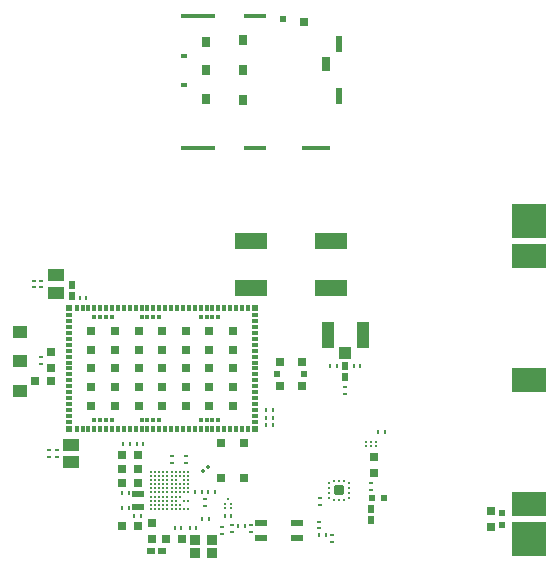
<source format=gtp>
G04*
G04 #@! TF.GenerationSoftware,Altium Limited,Altium Designer,23.1.1 (15)*
G04*
G04 Layer_Color=8421504*
%FSLAX25Y25*%
%MOIN*%
G70*
G04*
G04 #@! TF.SameCoordinates,57D325FE-50AA-4423-B3C5-F19BAF70027F*
G04*
G04*
G04 #@! TF.FilePolarity,Positive*
G04*
G01*
G75*
G04:AMPARAMS|DCode=23|XSize=33.47mil|YSize=33.47mil|CornerRadius=4.18mil|HoleSize=0mil|Usage=FLASHONLY|Rotation=180.000|XOffset=0mil|YOffset=0mil|HoleType=Round|Shape=RoundedRectangle|*
%AMROUNDEDRECTD23*
21,1,0.03347,0.02510,0,0,180.0*
21,1,0.02510,0.03347,0,0,180.0*
1,1,0.00837,-0.01255,0.01255*
1,1,0.00837,0.01255,0.01255*
1,1,0.00837,0.01255,-0.01255*
1,1,0.00837,-0.01255,-0.01255*
%
%ADD23ROUNDEDRECTD23*%
%ADD24O,0.00984X0.00906*%
%ADD25O,0.00906X0.00984*%
%ADD26R,0.11811X0.11811*%
%ADD27R,0.11811X0.07874*%
%ADD28R,0.03937X0.02362*%
%ADD29R,0.01181X0.01063*%
%ADD30R,0.05512X0.04331*%
%ADD31R,0.01063X0.01181*%
%ADD32R,0.02362X0.01968*%
%ADD33R,0.01968X0.02362*%
%ADD34R,0.02953X0.03150*%
G04:AMPARAMS|DCode=35|XSize=11.81mil|YSize=10.63mil|CornerRadius=0mil|HoleSize=0mil|Usage=FLASHONLY|Rotation=135.000|XOffset=0mil|YOffset=0mil|HoleType=Round|Shape=Rectangle|*
%AMROTATEDRECTD35*
4,1,4,0.00793,-0.00042,0.00042,-0.00793,-0.00793,0.00042,-0.00042,0.00793,0.00793,-0.00042,0.0*
%
%ADD35ROTATEDRECTD35*%

%ADD36R,0.03150X0.02953*%
%ADD37R,0.00984X0.00787*%
%ADD38R,0.01968X0.02559*%
%ADD39R,0.02284X0.01968*%
%ADD40R,0.03150X0.02953*%
%ADD41R,0.03937X0.04134*%
%ADD42R,0.04134X0.08661*%
%ADD43R,0.02362X0.01181*%
%ADD44R,0.11417X0.01772*%
%ADD45R,0.07480X0.01772*%
%ADD46R,0.02756X0.02953*%
%ADD47R,0.01968X0.05512*%
%ADD48R,0.09449X0.01772*%
%ADD49R,0.02756X0.03543*%
%ADD50R,0.02362X0.02362*%
%ADD51R,0.02559X0.04724*%
%ADD52R,0.02559X0.01968*%
%ADD53R,0.04724X0.03937*%
%ADD54R,0.10827X0.05512*%
%ADD55R,0.10827X0.05472*%
%ADD56R,0.02756X0.02559*%
%ADD57R,0.02126X0.02126*%
%ADD58R,0.02126X0.01181*%
%ADD59R,0.01181X0.02126*%
%ADD60R,0.03150X0.03150*%
%ADD61R,0.01181X0.01181*%
%ADD62R,0.00984X0.00984*%
%ADD63C,0.00787*%
%ADD64R,0.03740X0.03347*%
%ADD65R,0.03937X0.01968*%
D23*
X128626Y24187D02*
D03*
D24*
X127051Y20860D02*
D03*
X128626D02*
D03*
X130201D02*
D03*
Y27514D02*
D03*
X128626D02*
D03*
X127051D02*
D03*
D25*
X125300Y21530D02*
D03*
Y23301D02*
D03*
X125300Y25073D02*
D03*
X125300Y26845D02*
D03*
X131953Y21530D02*
D03*
Y23301D02*
D03*
Y25073D02*
D03*
Y26845D02*
D03*
D26*
X191929Y7874D02*
D03*
Y114173D02*
D03*
D27*
Y19685D02*
D03*
Y61024D02*
D03*
Y102362D02*
D03*
D28*
X102721Y13359D02*
D03*
Y8241D02*
D03*
X114532D02*
D03*
Y13359D02*
D03*
D29*
X26894Y94149D02*
D03*
Y91904D02*
D03*
X29453Y94149D02*
D03*
Y91904D02*
D03*
X29158Y66504D02*
D03*
Y68748D02*
D03*
X139351Y24468D02*
D03*
Y26713D02*
D03*
X121926Y11565D02*
D03*
Y13809D02*
D03*
X122426Y19365D02*
D03*
X89700Y9678D02*
D03*
Y11922D02*
D03*
X83861Y19106D02*
D03*
Y21350D02*
D03*
X73031Y33495D02*
D03*
Y35739D02*
D03*
X77738Y33495D02*
D03*
Y35739D02*
D03*
X99410Y12622D02*
D03*
Y10378D02*
D03*
X130702Y56291D02*
D03*
X32012Y37646D02*
D03*
Y35402D02*
D03*
X34571Y37646D02*
D03*
Y35402D02*
D03*
X126326Y7066D02*
D03*
X126326Y9310D02*
D03*
X92810Y12622D02*
D03*
Y10378D02*
D03*
X122426Y21609D02*
D03*
X130702Y58535D02*
D03*
D30*
X34276Y95973D02*
D03*
Y90067D02*
D03*
X39394Y39476D02*
D03*
Y33571D02*
D03*
D31*
X143946Y43687D02*
D03*
X81122Y11693D02*
D03*
X78878D02*
D03*
X62657Y15816D02*
D03*
X60413D02*
D03*
X83022Y14657D02*
D03*
X85266D02*
D03*
X76057Y11693D02*
D03*
X73813Y11693D02*
D03*
X58622Y18200D02*
D03*
X56378D02*
D03*
X58622Y23400D02*
D03*
X56378D02*
D03*
X133524Y65748D02*
D03*
X135768D02*
D03*
X125643D02*
D03*
X127887D02*
D03*
X59022Y39700D02*
D03*
X56778D02*
D03*
X90512Y15551D02*
D03*
X92756D02*
D03*
X80589Y23528D02*
D03*
X82833D02*
D03*
X84889Y23528D02*
D03*
X87133D02*
D03*
X104378Y51000D02*
D03*
X106622D02*
D03*
X104378Y48500D02*
D03*
X106622D02*
D03*
X104378Y46000D02*
D03*
X106622D02*
D03*
X42209Y88295D02*
D03*
X44453D02*
D03*
X63422Y39700D02*
D03*
X61178D02*
D03*
X124170Y9287D02*
D03*
X121926D02*
D03*
X94987Y12500D02*
D03*
X97231D02*
D03*
X141702Y43687D02*
D03*
D32*
X143500Y21681D02*
D03*
X139563D02*
D03*
D33*
X183000Y12832D02*
D03*
Y16769D02*
D03*
D34*
X61565Y26843D02*
D03*
X56250D02*
D03*
X61558Y12400D02*
D03*
X56243D02*
D03*
X70877Y7917D02*
D03*
X76192D02*
D03*
X61565Y36043D02*
D03*
X56250D02*
D03*
X61565Y31443D02*
D03*
X56250D02*
D03*
X32602Y60539D02*
D03*
X27287D02*
D03*
D35*
X83244Y30597D02*
D03*
X84831Y32184D02*
D03*
D36*
X32701Y64969D02*
D03*
Y70284D02*
D03*
X140370Y35350D02*
D03*
Y30035D02*
D03*
X179200Y12143D02*
D03*
Y17458D02*
D03*
X66335Y8159D02*
D03*
Y13474D02*
D03*
D37*
X91632Y21358D02*
D03*
X90650Y19783D02*
D03*
Y18209D02*
D03*
X92618D02*
D03*
Y19783D02*
D03*
D38*
X39492Y92823D02*
D03*
Y89083D02*
D03*
X130709Y65650D02*
D03*
X139350Y18057D02*
D03*
Y14317D02*
D03*
X130709Y61909D02*
D03*
D39*
X107986Y62902D02*
D03*
X117120D02*
D03*
D40*
X108813Y58866D02*
D03*
Y66937D02*
D03*
X116294D02*
D03*
Y58866D02*
D03*
D41*
X130709Y69980D02*
D03*
D42*
X136516Y75984D02*
D03*
X124902Y75984D02*
D03*
D43*
X76947Y169009D02*
D03*
Y159402D02*
D03*
D44*
X81474Y182296D02*
D03*
Y138300D02*
D03*
D45*
X100568Y182296D02*
D03*
Y138300D02*
D03*
D46*
X116907Y180328D02*
D03*
D47*
X128521Y172867D02*
D03*
Y155544D02*
D03*
D48*
X120844Y138300D02*
D03*
D49*
X84230Y154599D02*
D03*
Y164206D02*
D03*
Y173812D02*
D03*
X96710Y154206D02*
D03*
Y174206D02*
D03*
Y164206D02*
D03*
D50*
X109820Y181410D02*
D03*
D51*
X124289Y166371D02*
D03*
D52*
X69682Y4017D02*
D03*
X65942D02*
D03*
D53*
X22441Y77165D02*
D03*
Y67323D02*
D03*
Y57480D02*
D03*
D54*
X125886Y107480D02*
D03*
Y91732D02*
D03*
X99311D02*
D03*
D55*
Y107480D02*
D03*
D56*
X89461Y39880D02*
D03*
Y28265D02*
D03*
X96941Y39880D02*
D03*
Y28265D02*
D03*
D57*
X38724Y85028D02*
D03*
Y44713D02*
D03*
X100693D02*
D03*
Y85028D02*
D03*
D58*
X38724Y82587D02*
D03*
Y80618D02*
D03*
Y78650D02*
D03*
Y76681D02*
D03*
Y74713D02*
D03*
Y72744D02*
D03*
Y70776D02*
D03*
Y68807D02*
D03*
Y64870D02*
D03*
Y62902D02*
D03*
Y60933D02*
D03*
Y58965D02*
D03*
Y56996D02*
D03*
Y55028D02*
D03*
Y53059D02*
D03*
Y51091D02*
D03*
Y49122D02*
D03*
Y47154D02*
D03*
X100693Y47153D02*
D03*
Y49122D02*
D03*
Y51091D02*
D03*
Y53059D02*
D03*
Y56996D02*
D03*
Y58965D02*
D03*
Y60933D02*
D03*
Y62902D02*
D03*
Y64870D02*
D03*
Y66839D02*
D03*
Y70776D02*
D03*
Y72744D02*
D03*
Y74713D02*
D03*
Y76681D02*
D03*
Y78650D02*
D03*
Y82587D02*
D03*
Y80618D02*
D03*
Y68807D02*
D03*
Y55028D02*
D03*
X38724Y66839D02*
D03*
D59*
X41165Y44713D02*
D03*
X43134D02*
D03*
X45102D02*
D03*
X47071D02*
D03*
X49039D02*
D03*
X51008D02*
D03*
X52976D02*
D03*
X54945D02*
D03*
X56913D02*
D03*
X58882D02*
D03*
X60850D02*
D03*
X62819D02*
D03*
X64787D02*
D03*
X66756D02*
D03*
X68724D02*
D03*
X70693D02*
D03*
X72661D02*
D03*
X74630D02*
D03*
X76598D02*
D03*
X78567D02*
D03*
X80535D02*
D03*
X82504D02*
D03*
X84472D02*
D03*
X86441D02*
D03*
X88409D02*
D03*
X90378D02*
D03*
X92346D02*
D03*
X94315D02*
D03*
X96283D02*
D03*
X96284Y85028D02*
D03*
X94315D02*
D03*
X92347D02*
D03*
X90378D02*
D03*
X88410D02*
D03*
X86441D02*
D03*
X84472D02*
D03*
X82504D02*
D03*
X80535D02*
D03*
X78567D02*
D03*
X76598D02*
D03*
X74630D02*
D03*
X72661D02*
D03*
X70693D02*
D03*
X68724D02*
D03*
X66756D02*
D03*
X64787D02*
D03*
X62819D02*
D03*
X60850D02*
D03*
X58882D02*
D03*
X56913D02*
D03*
X54945D02*
D03*
X52976D02*
D03*
X51008D02*
D03*
X49039D02*
D03*
X47071D02*
D03*
X45102D02*
D03*
X43134D02*
D03*
X41165D02*
D03*
X98252D02*
D03*
X98252Y44713D02*
D03*
D60*
X93331Y77469D02*
D03*
Y52272D02*
D03*
Y64870D02*
D03*
Y58571D02*
D03*
Y71169D02*
D03*
X85457Y52272D02*
D03*
Y64870D02*
D03*
Y58571D02*
D03*
Y71169D02*
D03*
Y77469D02*
D03*
X69709Y52272D02*
D03*
Y64870D02*
D03*
Y58571D02*
D03*
Y71169D02*
D03*
Y77469D02*
D03*
X77583Y52272D02*
D03*
Y64870D02*
D03*
Y58571D02*
D03*
Y71169D02*
D03*
Y77469D02*
D03*
X61835Y52272D02*
D03*
Y64870D02*
D03*
Y58571D02*
D03*
Y71169D02*
D03*
Y77469D02*
D03*
X53961D02*
D03*
Y71169D02*
D03*
Y58571D02*
D03*
Y64870D02*
D03*
Y52272D02*
D03*
X46087D02*
D03*
Y64870D02*
D03*
Y58571D02*
D03*
Y71169D02*
D03*
Y77469D02*
D03*
D61*
X52976Y81996D02*
D03*
X51008D02*
D03*
X47071D02*
D03*
X49039D02*
D03*
X68724D02*
D03*
X64787D02*
D03*
X66756D02*
D03*
X62819D02*
D03*
X82504D02*
D03*
X88410D02*
D03*
X84472D02*
D03*
X86441D02*
D03*
X47071Y47744D02*
D03*
X51008D02*
D03*
X49039D02*
D03*
X52976D02*
D03*
X68724D02*
D03*
X64787D02*
D03*
X66756D02*
D03*
X62819D02*
D03*
X82504D02*
D03*
X88410D02*
D03*
X84472D02*
D03*
X86441D02*
D03*
D62*
X140945Y40433D02*
D03*
X137795D02*
D03*
Y38858D02*
D03*
X139370Y38858D02*
D03*
X140945Y38858D02*
D03*
X139370Y40433D02*
D03*
D63*
X78335Y18016D02*
D03*
X76957D02*
D03*
X75580D02*
D03*
X74202D02*
D03*
X72824D02*
D03*
X71446D02*
D03*
X70068D02*
D03*
X68690D02*
D03*
X67312D02*
D03*
X65934D02*
D03*
X75580Y19394D02*
D03*
X70068D02*
D03*
X68690D02*
D03*
X67312D02*
D03*
X65934D02*
D03*
X78335Y20772D02*
D03*
X76957D02*
D03*
X74202D02*
D03*
X67312D02*
D03*
X75580Y22150D02*
D03*
X74202D02*
D03*
X72824D02*
D03*
X71446D02*
D03*
X70068D02*
D03*
X68690D02*
D03*
X67312D02*
D03*
X65934D02*
D03*
X78335Y23528D02*
D03*
X76957D02*
D03*
X74202D02*
D03*
X72824D02*
D03*
X71446D02*
D03*
X70068D02*
D03*
X68690D02*
D03*
X67312D02*
D03*
X78335Y24905D02*
D03*
X76957D02*
D03*
X74202D02*
D03*
X72824D02*
D03*
X71446D02*
D03*
X70068D02*
D03*
X68690D02*
D03*
X65934D02*
D03*
X78335Y26283D02*
D03*
X76957D02*
D03*
X74202D02*
D03*
X72824D02*
D03*
X71446D02*
D03*
X70068D02*
D03*
X68690D02*
D03*
X67312D02*
D03*
X78335Y27661D02*
D03*
X76957D02*
D03*
X68690D02*
D03*
X65934D02*
D03*
X78335Y29039D02*
D03*
X76957D02*
D03*
X75580D02*
D03*
X74202D02*
D03*
X72824D02*
D03*
X71446D02*
D03*
X70068D02*
D03*
X68690D02*
D03*
X67312D02*
D03*
X65934D02*
D03*
X78335Y30417D02*
D03*
X76957D02*
D03*
X75580D02*
D03*
X74202D02*
D03*
X72824D02*
D03*
X71446D02*
D03*
X70068D02*
D03*
X68690D02*
D03*
X67312D02*
D03*
X65934Y30417D02*
D03*
X67312Y27661D02*
D03*
X70068D02*
D03*
X71446D02*
D03*
X72824D02*
D03*
X74202D02*
D03*
X65934Y26283D02*
D03*
X75580D02*
D03*
X67312Y24905D02*
D03*
X75580D02*
D03*
X65934Y23528D02*
D03*
X75580D02*
D03*
X65934Y20772D02*
D03*
X68690D02*
D03*
X70068D02*
D03*
X71446D02*
D03*
X72824D02*
D03*
X71446Y19394D02*
D03*
X72824D02*
D03*
X74202D02*
D03*
D64*
X86354Y7764D02*
D03*
X80646Y7764D02*
D03*
X80646Y3236D02*
D03*
X86354D02*
D03*
D65*
X61700Y18615D02*
D03*
Y22945D02*
D03*
M02*

</source>
